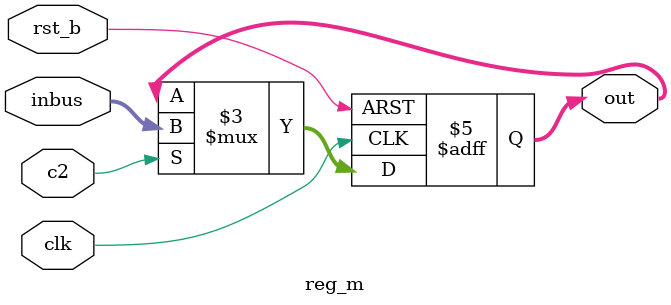
<source format=v>
module reg_m (
    input clk, rst_b, c2,
    input [15:0] inbus,
    output reg [15:0] out
);
    always @(posedge clk, negedge rst_b)
        if(!rst_b)  out <= 0;
        else if(c2) out <= inbus;
endmodule
// salveaz impartitorul
</source>
